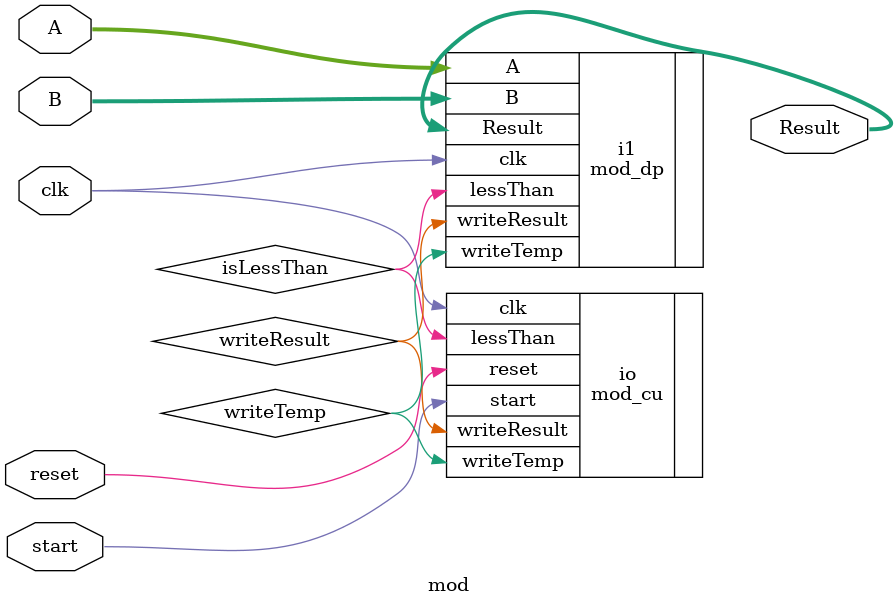
<source format=v>
module mod(
	input [31:0] A,
	input [31:0] B,
	input clk,
	input start,
	input reset,
	output [31:0] Result
);

	wire isLessThan, writeTemp, writeResult;
	
	mod_cu io(.start(start), .reset(reset), .clk(clk), .lessThan(isLessThan), .writeTemp(writeTemp), .writeResult(writeResult));
	mod_dp i1(.clk(clk), .A(A), .B(B), .writeTemp(writeTemp), .writeResult(writeResult), .lessThan(isLessThan), .Result(Result));



endmodule

</source>
